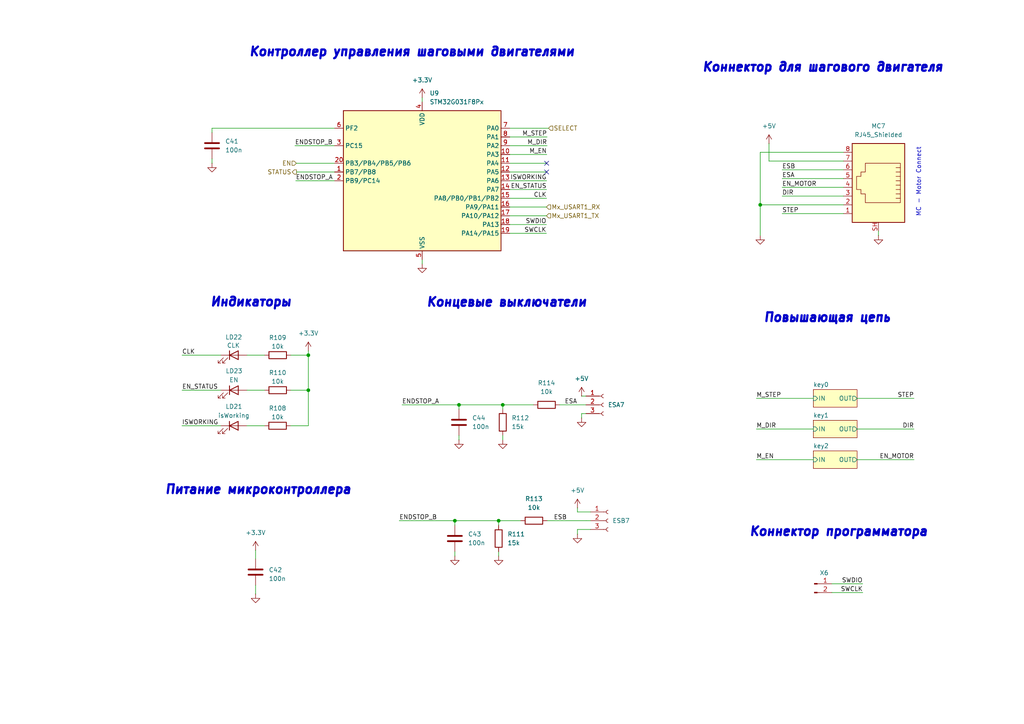
<source format=kicad_sch>
(kicad_sch (version 20250114) (generator "eeschema") (generator_version "9.0")
  (paper "A4")
  (title_block (title "Плата управления\\nшаговыми двигателями") (date "2025-08-25") (company "МГТУ им. Н.Э.Баумана") (comment 1 "БИГЕ.351101.001 Э3") (comment 2 "Филимонов С.В.") (comment 3 "Семеренко Д.А."))
  (lib_symbols
    (symbol "Connector:Conn_01x02_Pin" (pin_names (offset 1.016) (hide yes))
      (property "Reference" "J" (at 0 2.54 0))
      (property "Value" "Conn_01x02_Pin" (at 0 -5.08 0))
      (symbol "Conn_01x02_Pin_1_1"
        (rectangle (start 0.8636 0.127) (end 0 -0.127) (stroke (width 0.1524)) (fill (type outline)))
        (rectangle (start 0.8636 -2.413) (end 0 -2.667) (stroke (width 0.1524)) (fill (type outline)))
        (polyline (pts (xy 1.27 0) (xy 0.8636 0)) (stroke (width 0.1524)))
        (polyline (pts (xy 1.27 -2.54) (xy 0.8636 -2.54)) (stroke (width 0.1524)))
        (pin passive line (at 5.08 0 180) (length 3.81) (name "Pin_1") (number "1"))
        (pin passive line (at 5.08 -2.54 180) (length 3.81) (name "Pin_2") (number "2"))
      )
    )
    (symbol "Connector:Conn_01x03_Socket" (pin_names (offset 1.016) (hide yes))
      (property "Reference" "J" (at 0 5.08 0))
      (property "Value" "Conn_01x03_Socket" (at 0 -5.08 0))
      (symbol "Conn_01x03_Socket_1_1"
        (polyline (pts (xy -1.27 2.54) (xy -0.508 2.54)) (stroke (width 0.1524)))
        (polyline (pts (xy -1.27 0) (xy -0.508 0)) (stroke (width 0.1524)))
        (polyline (pts (xy -1.27 -2.54) (xy -0.508 -2.54)) (stroke (width 0.1524)))
        (arc (start 0 2.032) (mid -0.5058 2.54) (end 0 3.048) (stroke (width 0.1524)))
        (arc (start 0 -0.508) (mid -0.5058 0) (end 0 0.508) (stroke (width 0.1524)))
        (arc (start 0 -3.048) (mid -0.5058 -2.54) (end 0 -2.032) (stroke (width 0.1524)))
        (pin passive line (at -5.08 2.54 0) (length 3.81) (name "Pin_1") (number "1"))
        (pin passive line (at -5.08 0 0) (length 3.81) (name "Pin_2") (number "2"))
        (pin passive line (at -5.08 -2.54 0) (length 3.81) (name "Pin_3") (number "3"))
      )
    )
    (symbol "Connector:RJ45_Shielded" (pin_names (offset 1.016))
      (property "Reference" "J" (at -5.08 13.97 0))
      (property "Value" "RJ45_Shielded" (at 2.54 13.97 0))
      (symbol "RJ45_Shielded_0_1"
        (polyline (pts (xy -6.35 1.905) (xy -5.08 1.905) (xy -5.08 1.905)))
        (polyline (pts (xy -6.35 0.635) (xy -5.08 0.635) (xy -5.08 0.635)))
        (polyline (pts (xy -6.35 -0.635) (xy -5.08 -0.635) (xy -5.08 -0.635)))
        (polyline (pts (xy -6.35 -1.905) (xy -5.08 -1.905) (xy -5.08 -1.905)))
        (polyline (pts (xy -6.35 -3.175) (xy -5.08 -3.175) (xy -5.08 -3.175)))
        (polyline (pts (xy -6.35 -4.445) (xy -6.35 6.985) (xy 3.81 6.985) (xy 3.81 4.445) (xy 5.08 4.445) (xy 5.08 3.175) (xy 6.35 3.175) (xy 6.35 -0.635) (xy 5.08 -0.635) (xy 5.08 -1.905) (xy 3.81 -1.905) (xy 3.81 -4.445) (xy -6.35 -4.445) (xy -6.35 -4.445)))
        (polyline (pts (xy -5.08 5.715) (xy -6.35 5.715)))
        (polyline (pts (xy -5.08 4.445) (xy -6.35 4.445)))
        (polyline (pts (xy -5.08 3.175) (xy -6.35 3.175) (xy -6.35 3.175)))
        (rectangle (start 7.62 12.7) (end -7.62 -10.16) (stroke (width 0.254)) (fill (type background)))
      )
      (symbol "RJ45_Shielded_1_1"
        (pin passive line (at 0 -12.7 90) (length 2.54) (name "~") (number "SH"))
        (pin passive line (at 10.16 10.16 180) (length 2.54) (name "~") (number "8"))
        (pin passive line (at 10.16 7.62 180) (length 2.54) (name "~") (number "7"))
        (pin passive line (at 10.16 5.08 180) (length 2.54) (name "~") (number "6"))
        (pin passive line (at 10.16 2.54 180) (length 2.54) (name "~") (number "5"))
        (pin passive line (at 10.16 0 180) (length 2.54) (name "~") (number "4"))
        (pin passive line (at 10.16 -2.54 180) (length 2.54) (name "~") (number "3"))
        (pin passive line (at 10.16 -5.08 180) (length 2.54) (name "~") (number "2"))
        (pin passive line (at 10.16 -7.62 180) (length 2.54) (name "~") (number "1"))
      )
    )
    (symbol "Device:C" (pin_numbers (hide yes)) (pin_names (offset 0.254))
      (property "Reference" "C" (at 0.635 2.54 0))
      (property "Value" "C" (at 0.635 -2.54 0))
      (symbol "C_0_1"
        (polyline (pts (xy -2.032 0.762) (xy 2.032 0.762)) (stroke (width 0.508)))
        (polyline (pts (xy -2.032 -0.762) (xy 2.032 -0.762)) (stroke (width 0.508)))
      )
      (symbol "C_1_1"
        (pin passive line (at 0 3.81 270) (length 2.794) (name "~") (number "1"))
        (pin passive line (at 0 -3.81 90) (length 2.794) (name "~") (number "2"))
      )
    )
    (symbol "Device:LED" (pin_numbers (hide yes)) (pin_names (offset 1.016) (hide yes))
      (property "Reference" "D" (at 0 2.54 0))
      (property "Value" "LED" (at 0 -2.54 0))
      (symbol "LED_0_1"
        (polyline (pts (xy -3.048 -0.762) (xy -4.572 -2.286) (xy -3.81 -2.286) (xy -4.572 -2.286) (xy -4.572 -1.524)))
        (polyline (pts (xy -1.778 -0.762) (xy -3.302 -2.286) (xy -2.54 -2.286) (xy -3.302 -2.286) (xy -3.302 -1.524)))
        (polyline (pts (xy -1.27 0) (xy 1.27 0)))
        (polyline (pts (xy -1.27 -1.27) (xy -1.27 1.27)) (stroke (width 0.254)))
        (polyline (pts (xy 1.27 -1.27) (xy 1.27 1.27) (xy -1.27 0) (xy 1.27 -1.27)) (stroke (width 0.254)))
      )
      (symbol "LED_1_1"
        (pin passive line (at -3.81 0 0) (length 2.54) (name "K") (number "1"))
        (pin passive line (at 3.81 0 180) (length 2.54) (name "A") (number "2"))
      )
    )
    (symbol "Device:R" (pin_numbers (hide yes)) (pin_names (offset 0))
      (property "Reference" "R" (at 2.032 0 90))
      (property "Value" "R" (at 0 0 90))
      (symbol "R_0_1"
        (rectangle (start -1.016 -2.54) (end 1.016 2.54) (stroke (width 0.254)))
      )
      (symbol "R_1_1"
        (pin passive line (at 0 3.81 270) (length 1.27) (name "~") (number "1"))
        (pin passive line (at 0 -3.81 90) (length 1.27) (name "~") (number "2"))
      )
    )
    (symbol "MCU_ST_STM32G0:STM32G031F8Px"
      (property "Reference" "U" (at -22.86 21.59 0))
      (property "Value" "STM32G031F8Px" (at 2.54 21.59 0))
      (symbol "STM32G031F8Px_0_1"
        (rectangle (start -22.86 -20.32) (end 22.86 20.32) (stroke (width 0.254)) (fill (type background)))
      )
      (symbol "STM32G031F8Px_1_1"
        (pin bidirectional line (at -25.4 15.24 0) (length 2.54) (name "PF2") (number "6"))
        (pin bidirectional line (at -25.4 10.16 0) (length 2.54) (name "PC15") (number "3"))
        (pin bidirectional line (at -25.4 5.08 0) (length 2.54) (name "PB3/PB4/PB5/PB6") (number "20"))
        (pin bidirectional line (at -25.4 2.54 0) (length 2.54) (name "PB7/PB8") (number "1"))
        (pin bidirectional line (at -25.4 0 0) (length 2.54) (name "PB9/PC14") (number "2"))
        (pin power_in line (at 0 22.86 270) (length 2.54) (name "VDD") (number "4"))
        (pin power_in line (at 0 -22.86 90) (length 2.54) (name "VSS") (number "5"))
        (pin bidirectional line (at 25.4 15.24 180) (length 2.54) (name "PA0") (number "7"))
        (pin bidirectional line (at 25.4 12.7 180) (length 2.54) (name "PA1") (number "8"))
        (pin bidirectional line (at 25.4 10.16 180) (length 2.54) (name "PA2") (number "9"))
        (pin bidirectional line (at 25.4 7.62 180) (length 2.54) (name "PA3") (number "10"))
        (pin bidirectional line (at 25.4 5.08 180) (length 2.54) (name "PA4") (number "11"))
        (pin bidirectional line (at 25.4 2.54 180) (length 2.54) (name "PA5") (number "12"))
        (pin bidirectional line (at 25.4 0 180) (length 2.54) (name "PA6") (number "13"))
        (pin bidirectional line (at 25.4 -2.54 180) (length 2.54) (name "PA7") (number "14"))
        (pin bidirectional line (at 25.4 -5.08 180) (length 2.54) (name "PA8/PB0/PB1/PB2") (number "15"))
        (pin bidirectional line (at 25.4 -7.62 180) (length 2.54) (name "PA9/PA11") (number "16"))
        (pin bidirectional line (at 25.4 -10.16 180) (length 2.54) (name "PA10/PA12") (number "17"))
        (pin bidirectional line (at 25.4 -12.7 180) (length 2.54) (name "PA13") (number "18"))
        (pin bidirectional line (at 25.4 -15.24 180) (length 2.54) (name "PA14/PA15") (number "19"))
      )
    )
    (symbol "power:+3.3V" (power) (pin_numbers (hide yes)) (pin_names (offset 0) (hide yes))
      (property "Value" "+3.3V" (at 0 3.556 0))
      (symbol "+3.3V_0_1"
        (polyline (pts (xy -0.762 1.27) (xy 0 2.54)))
        (polyline (pts (xy 0 2.54) (xy 0.762 1.27)))
        (polyline (pts (xy 0 0) (xy 0 2.54)))
      )
      (symbol "+3.3V_1_1"
        (pin power_in line (at 0 0 90) (length 0) (name "~") (number "1"))
      )
    )
    (symbol "power:+5V" (power) (pin_numbers (hide yes)) (pin_names (offset 0) (hide yes))
      (property "Value" "+5V" (at 0 3.556 0))
      (symbol "+5V_0_1"
        (polyline (pts (xy -0.762 1.27) (xy 0 2.54)))
        (polyline (pts (xy 0 2.54) (xy 0.762 1.27)))
        (polyline (pts (xy 0 0) (xy 0 2.54)))
      )
      (symbol "+5V_1_1"
        (pin power_in line (at 0 0 90) (length 0) (name "~") (number "1"))
      )
    )
    (symbol "power:GND" (power) (pin_numbers (hide yes)) (pin_names (offset 0) (hide yes))
      (property "Value" "GND" (at 0 -3.81 0))
      (symbol "GND_0_1"
        (polyline (pts (xy 0 0) (xy 0 -1.27) (xy 1.27 -1.27) (xy 0 -2.54) (xy -1.27 -1.27) (xy 0 -1.27)))
      )
      (symbol "GND_1_1"
        (pin power_in line (at 0 0 270) (length 0) (name "~") (number "1"))
      )
    )
  )
  (text "Контроллер управления шаговыми двигателями" (at 119.5238 15.1545 0) (effects (font (size 2.54 2.54) (thickness 1.016) (bold yes) (italic yes))))
  (text "MC - Motor Connect" (at 266.4734 52.809 90) (effects (font (size 1.27 1.27))))
  (text "Коннектор программатора" (at 243.264 154.305 0) (effects (font (size 2.54 2.54) (thickness 1.016) (bold yes) (italic yes))))
  (text "Повышающая цепь" (at 239.9536 92.2338 0) (effects (font (size 2.54 2.54) (thickness 1.016) (bold yes) (italic yes))))
  (text "Концевые выключатели" (at 147.0057 87.7928 0) (effects (font (size 2.54 2.54) (thickness 1.016) (bold yes) (italic yes))))
  (text "Коннектор для шагового двигателя" (at 238.6731 19.6187 0) (effects (font (size 2.54 2.54) (thickness 1.016) (bold yes) (italic yes))))
  (text "Индикаторы" (at 72.8188 87.7133 0) (effects (font (size 2.54 2.54) (thickness 1.016) (bold yes) (italic yes))))
  (text "Питание микроконтроллера" (at 74.8986 142.1208 0) (effects (font (size 2.54 2.54) (thickness 1.016) (bold yes) (italic yes))))
  (junction (at 145.8229 117.4237))
  (junction (at 133.1229 117.4237))
  (junction (at 220.4994 59.413))
  (junction (at 131.9258 151.0272))
  (junction (at 144.6258 151.0272))
  (junction (at 89.4296 103.0158))
  (junction (at 89.4296 113.1758))
  (no_connect (at 158.5402 49.8887))
  (no_connect (at 158.5402 47.3487))
  (wire (pts (xy 147.8528 62.5887) (xy 158.4849 62.5887)))
  (wire (pts (xy 171.2701 148.4868) (xy 167.4858 148.4868)))
  (wire (pts (xy 61.4928 37.1887) (xy 97.0528 37.1887)))
  (wire (pts (xy 131.9258 160.0113) (xy 131.9258 161.2813)))
  (wire (pts (xy 145.8229 117.4237) (xy 145.8229 118.6937)))
  (wire (pts (xy 74.1256 169.7463) (xy 74.1256 172.2863)))
  (wire (pts (xy 254.7894 67.033) (xy 254.7894 68.303)))
  (wire (pts (xy 220.4994 44.173) (xy 244.6294 44.173)))
  (wire (pts (xy 147.8528 44.8087) (xy 158.5982 44.8087)))
  (wire (pts (xy 241.2735 169.327) (xy 250.2056 169.327)))
  (wire (pts (xy 248.5869 133.3266) (xy 265.0969 133.3266)))
  (wire (pts (xy 145.8229 126.3137) (xy 145.8229 127.5837)))
  (wire (pts (xy 71.6496 103.0158) (xy 76.7296 103.0158)))
  (wire (pts (xy 244.6294 46.713) (xy 223.0394 46.713)))
  (wire (pts (xy 84.3496 103.0158) (xy 89.4296 103.0158)))
  (wire (pts (xy 144.6258 151.0272) (xy 144.6258 152.3913)))
  (wire (pts (xy 147.8528 39.7287) (xy 158.6742 39.7287)))
  (wire (pts (xy 226.8494 54.333) (xy 244.6294 54.333)))
  (wire (pts (xy 115.7913 151.0272) (xy 131.9258 151.0272)))
  (wire (pts (xy 171.2701 153.5668) (xy 167.4858 153.5668)))
  (wire (pts (xy 71.6182 123.4912) (xy 76.6982 123.4912)))
  (wire (pts (xy 147.8528 37.1887) (xy 159.0904 37.1887)))
  (wire (pts (xy 147.8528 49.8887) (xy 158.5402 49.8887)))
  (wire (pts (xy 89.4296 123.4912) (xy 89.4296 113.1758)))
  (wire (pts (xy 241.2735 171.867) (xy 250.2475 171.867)))
  (wire (pts (xy 226.8494 49.253) (xy 244.6294 49.253)))
  (wire (pts (xy 71.6496 113.1758) (xy 76.7296 113.1758)))
  (wire (pts (xy 147.8528 47.3487) (xy 158.5402 47.3487)))
  (wire (pts (xy 248.5869 124.4366) (xy 265.0969 124.4366)))
  (wire (pts (xy 158.6746 151.0272) (xy 170.0145 151.0272)))
  (wire (pts (xy 168.6829 114.8837) (xy 169.9529 114.8837)))
  (wire (pts (xy 147.8528 57.5087) (xy 158.5402 57.5087)))
  (wire (pts (xy 84.3496 113.1758) (xy 89.4296 113.1758)))
  (wire (pts (xy 147.8528 54.9687) (xy 158.5402 54.9687)))
  (wire (pts (xy 85.9956 49.8887) (xy 97.0528 49.8887)))
  (wire (pts (xy 84.3182 123.4912) (xy 89.4296 123.4912)))
  (wire (pts (xy 223.0394 46.713) (xy 223.0394 41.633)))
  (wire (pts (xy 133.1229 126.3137) (xy 133.1229 127.5837)))
  (wire (pts (xy 131.9258 151.0272) (xy 131.9258 152.3913)))
  (wire (pts (xy 52.7755 123.4912) (xy 63.9982 123.4912)))
  (wire (pts (xy 147.8528 65.1287) (xy 158.4849 65.1287)))
  (wire (pts (xy 122.4528 28.2987) (xy 122.4528 29.5687)))
  (wire (pts (xy 133.1229 117.4237) (xy 133.1229 118.6937)))
  (wire (pts (xy 97.0528 52.4287) (xy 85.7851 52.4287)))
  (wire (pts (xy 144.6258 151.0272) (xy 151.0546 151.0272)))
  (wire (pts (xy 89.4296 103.0158) (xy 89.4296 101.7458)))
  (wire (pts (xy 219.3769 124.4366) (xy 235.8869 124.4366)))
  (wire (pts (xy 226.8494 51.793) (xy 244.6294 51.793)))
  (wire (pts (xy 145.8229 117.4237) (xy 154.7129 117.4237)))
  (wire (pts (xy 147.8528 67.6687) (xy 158.4849 67.6687)))
  (wire (pts (xy 219.3769 133.3266) (xy 235.8869 133.3266)))
  (wire (pts (xy 219.3769 115.5466) (xy 235.8869 115.5466)))
  (wire (pts (xy 220.4994 68.303) (xy 220.4994 59.413)))
  (wire (pts (xy 147.8528 52.4287) (xy 158.5402 52.4287)))
  (wire (pts (xy 85.5466 42.2687) (xy 97.0528 42.2687)))
  (wire (pts (xy 144.6258 160.0113) (xy 144.6258 161.2813)))
  (wire (pts (xy 85.9615 47.3487) (xy 97.0528 47.3487)))
  (wire (pts (xy 147.8528 60.0487) (xy 158.4849 60.0487)))
  (wire (pts (xy 248.5869 115.5466) (xy 265.0969 115.5466)))
  (wire (pts (xy 220.4994 59.413) (xy 220.4994 44.173)))
  (wire (pts (xy 89.4296 103.0158) (xy 89.4296 113.1758)))
  (wire (pts (xy 133.1229 117.4237) (xy 145.8229 117.4237)))
  (wire (pts (xy 61.4928 38.4587) (xy 61.4928 37.1887)))
  (wire (pts (xy 74.1256 159.5863) (xy 74.1256 162.1263)))
  (wire (pts (xy 167.4858 148.4868) (xy 167.4858 147.3113)))
  (wire (pts (xy 61.4928 46.0787) (xy 61.4928 47.3487)))
  (wire (pts (xy 226.8494 61.953) (xy 244.6294 61.953)))
  (wire (pts (xy 52.8069 113.1758) (xy 64.0296 113.1758)))
  (wire (pts (xy 52.8069 103.0158) (xy 64.0296 103.0158)))
  (wire (pts (xy 168.6829 119.9637) (xy 169.9529 119.9637)))
  (wire (pts (xy 116.6129 117.4237) (xy 133.1229 117.4237)))
  (wire (pts (xy 170.0145 151.0268) (xy 170.0145 151.0272)))
  (wire (pts (xy 226.8494 56.873) (xy 244.6294 56.873)))
  (wire (pts (xy 122.4528 75.2887) (xy 122.4528 76.5587)))
  (wire (pts (xy 220.4994 59.413) (xy 244.6294 59.413)))
  (wire (pts (xy 147.8528 42.2687) (xy 158.6822 42.2687)))
  (wire (pts (xy 162.3329 117.4237) (xy 169.9529 117.4237)))
  (wire (pts (xy 131.9258 151.0272) (xy 144.6258 151.0272)))
  (wire (pts (xy 167.4858 153.5668) (xy 167.4858 154.9313)))
  (wire (pts (xy 171.2701 151.0268) (xy 170.0145 151.0268)))
  (wire (pts (xy 168.6829 121.2337) (xy 168.6829 119.9637)))
  (label "M_STEP" (at 219.3769 115.5466 0))
  (label "CLK" (at 52.8069 103.0158 0))
  (label "ESA" (at 167.4129 117.4237 180))
  (label "STEP" (at 265.0969 115.5466 180))
  (label "M_DIR" (at 219.3769 124.4366 0))
  (label "ENDSTOP_A" (at 116.6129 117.4237 0))
  (label "ENDSTOP_B" (at 115.7913 151.0272 0))
  (label "M_EN" (at 158.5982 44.8087 180))
  (label "ESB" (at 164.4212 151.0272 180))
  (label "ENDSTOP_A" (at 85.7851 52.4287 0))
  (label "ISWORKING" (at 52.7755 123.4912 0))
  (label "SWDIO" (at 250.2056 169.327 180))
  (label "CLK" (at 158.5402 57.5087 180))
  (label "EN_STATUS" (at 52.8069 113.1758 0))
  (label "DIR" (at 226.8494 56.873 0))
  (label "ESA" (at 226.8494 51.793 0))
  (label "SWCLK" (at 158.4849 67.6687 180))
  (label "M_DIR" (at 158.6822 42.2687 180))
  (label "SWCLK" (at 250.2475 171.867 180))
  (label "STEP" (at 226.8494 61.953 0))
  (label "M_STEP" (at 158.6742 39.7287 180))
  (label "DIR" (at 265.0969 124.4366 180))
  (label "EN_MOTOR" (at 226.8494 54.333 0))
  (label "ISWORKING" (at 158.5402 52.4287 180))
  (label "ESB" (at 226.8494 49.253 0))
  (label "ENDSTOP_B" (at 85.5466 42.2687 0))
  (label "EN_MOTOR" (at 265.0969 133.3266 180))
  (label "EN_STATUS" (at 158.5402 54.9687 180))
  (label "M_EN" (at 219.3769 133.3266 0))
  (label "SWDIO" (at 158.4849 65.1287 180))
  (hierarchical_label "STATUS" (shape output) (at 85.9956 49.8887 180))
  (hierarchical_label "Mx_USART1_RX" (shape input) (at 158.4849 60.0487 0))
  (hierarchical_label "Mx_USART1_TX" (shape input) (at 158.4849 62.5887 0))
  (hierarchical_label "SELECT" (shape input) (at 159.0904 37.1887 0))
  (hierarchical_label "EN" (shape input) (at 85.9615 47.3487 180))
  (symbol (lib_id "MCU_ST_STM32G0:STM32G031F8Px") (at 122.4528 52.4287 0) (unit 1)
    (property "Reference" "U4" (at 124.5961 27.0287 0) (effects (justify left)))
    (property "Value" "STM32G031F8Px" (at 124.5961 29.5687 0) (effects (justify left)))
    (property "Footprint" "Package_SO:TSSOP-20_4.4x6.5mm_P0.65mm" (effects (hide yes)))
    (property "Datasheet" "https://www.st.com/resource/en/datasheet/stm32g031f8.pdf" (effects (hide yes)))
    (property "Description" "STMicroelectronics Arm Cortex-M0+ MCU, 64KB flash, 8KB RAM, 64 MHz, 1.7-3.6V, 18 GPIO, TSSOP20" (effects (hide yes)))
    (instances (project "Squid" (path "" (reference "U9") (unit 1)) (path "" (reference "U5") (unit 1)) (path "" (reference "U10") (unit 1)) (path "" (reference "U7") (unit 1)) (path "" (reference "U13") (unit 1)) (path "" (reference "U11") (unit 1)) (path "" (reference "U6") (unit 1)) (path "" (reference "U4") (unit 1)) (path "" (reference "U12") (unit 1)) (path "" (reference "U8") (unit 1))))
  )
  (symbol (lib_id "Device:R") (at 144.6258 156.2013 180) (unit 1)
    (property "Reference" "R16" (at 147.1658 154.9312 0) (effects (justify right)))
    (property "Value" "15k" (at 147.1658 157.4712 0) (effects (justify right)))
    (property "Footprint" "Resistor_SMD:R_0805_2012Metric" (effects (hide yes)))
    (property "Description" "Resistor" (effects (hide yes)))
    (instances (project "Squid" (path "" (reference "R111") (unit 1)) (path "" (reference "R35") (unit 1)) (path "" (reference "R130") (unit 1)) (path "" (reference "R73") (unit 1)) (path "" (reference "R199") (unit 1)) (path "" (reference "R149") (unit 1)) (path "" (reference "R54") (unit 1)) (path "" (reference "R16") (unit 1)) (path "" (reference "R168") (unit 1)) (path "" (reference "R92") (unit 1))))
  )
  (symbol (lib_id "power:GND") (at 168.6829 121.2337 0) (unit 1)
    (property "Reference" "#PWR055" (effects (hide yes)))
    (property "Value" "GND" (effects (hide yes)))
    (property "Description" "Power symbol creates a global label with name \"GND\" , ground" (effects (hide yes)))
    (instances (project "Squid" (path "" (reference "#PWR0170") (unit 1)) (path "" (reference "#PWR078") (unit 1)) (path "" (reference "#PWR0193") (unit 1)) (path "" (reference "#PWR0124") (unit 1)) (path "" (reference "#PWR0286") (unit 1)) (path "" (reference "#PWR0216") (unit 1)) (path "" (reference "#PWR0101") (unit 1)) (path "" (reference "#PWR055") (unit 1)) (path "" (reference "#PWR0239") (unit 1)) (path "" (reference "#PWR0147") (unit 1))))
  )
  (symbol (lib_id "power:+5V") (at 223.0394 41.633 0) (unit 1)
    (property "Reference" "#PWR057" (effects (hide yes)))
    (property "Value" "+5V" (at 223.0394 36.553 0))
    (property "Description" "Power symbol creates a global label with name \"+5V\"" (effects (hide yes)))
    (instances (project "Squid" (path "" (reference "#PWR0172") (unit 1)) (path "" (reference "#PWR080") (unit 1)) (path "" (reference "#PWR0195") (unit 1)) (path "" (reference "#PWR0126") (unit 1)) (path "" (reference "#PWR0288") (unit 1)) (path "" (reference "#PWR0218") (unit 1)) (path "" (reference "#PWR0103") (unit 1)) (path "" (reference "#PWR057") (unit 1)) (path "" (reference "#PWR0241") (unit 1)) (path "" (reference "#PWR0149") (unit 1))))
  )
  (symbol (lib_id "power:+3.3V") (at 122.4528 28.2987 0) (unit 1)
    (property "Reference" "#PWR046" (effects (hide yes)))
    (property "Value" "+3.3V" (at 122.4528 23.2187 0))
    (property "Description" "Power symbol creates a global label with name \"+3.3V\"" (effects (hide yes)))
    (instances (project "Squid" (path "" (reference "#PWR0161") (unit 1)) (path "" (reference "#PWR069") (unit 1)) (path "" (reference "#PWR0184") (unit 1)) (path "" (reference "#PWR0115") (unit 1)) (path "" (reference "#PWR0277") (unit 1)) (path "" (reference "#PWR0207") (unit 1)) (path "" (reference "#PWR092") (unit 1)) (path "" (reference "#PWR046") (unit 1)) (path "" (reference "#PWR0230") (unit 1)) (path "" (reference "#PWR0138") (unit 1))))
  )
  (symbol (lib_id "power:+3.3V") (at 74.1256 159.5863 0) (unit 1)
    (property "Reference" "#PWR043" (effects (hide yes)))
    (property "Value" "+3.3V" (at 74.1256 154.5063 0))
    (property "Description" "Power symbol creates a global label with name \"+3.3V\"" (effects (hide yes)))
    (instances (project "Squid" (path "" (reference "#PWR0158") (unit 1)) (path "" (reference "#PWR066") (unit 1)) (path "" (reference "#PWR0181") (unit 1)) (path "" (reference "#PWR0112") (unit 1)) (path "" (reference "#PWR0274") (unit 1)) (path "" (reference "#PWR0204") (unit 1)) (path "" (reference "#PWR089") (unit 1)) (path "" (reference "#PWR043") (unit 1)) (path "" (reference "#PWR0227") (unit 1)) (path "" (reference "#PWR0135") (unit 1))))
  )
  (symbol (lib_id "Device:C") (at 61.4928 42.2687 0) (unit 1)
    (property "Reference" "C21" (at 65.3028 40.9986 0) (effects (justify left)))
    (property "Value" "100n" (at 65.3028 43.5386 0) (effects (justify left)))
    (property "Footprint" "Capacitor_SMD:C_0805_2012Metric" (effects (hide yes)))
    (property "Description" "Unpolarized capacitor" (effects (hide yes)))
    (instances (project "Squid" (path "" (reference "C41") (unit 1)) (path "" (reference "C25") (unit 1)) (path "" (reference "C45") (unit 1)) (path "" (reference "C33") (unit 1)) (path "" (reference "C63") (unit 1)) (path "" (reference "C49") (unit 1)) (path "" (reference "C29") (unit 1)) (path "" (reference "C21") (unit 1)) (path "" (reference "C53") (unit 1)) (path "" (reference "C37") (unit 1))))
  )
  (symbol (lib_id "Device:C") (at 74.1256 165.9363 0) (unit 1)
    (property "Reference" "C22" (at 77.9356 165.3013 0) (effects (justify left)))
    (property "Value" "100n" (at 77.9356 167.8413 0) (effects (justify left)))
    (property "Footprint" "Capacitor_SMD:C_0805_2012Metric" (effects (hide yes)))
    (instances (project "Squid" (path "" (reference "C42") (unit 1)) (path "" (reference "C26") (unit 1)) (path "" (reference "C46") (unit 1)) (path "" (reference "C34") (unit 1)) (path "" (reference "C64") (unit 1)) (path "" (reference "C50") (unit 1)) (path "" (reference "C30") (unit 1)) (path "" (reference "C22") (unit 1)) (path "" (reference "C54") (unit 1)) (path "" (reference "C38") (unit 1))))
  )
  (symbol (lib_id "power:GND") (at 61.4928 47.3487 0) (unit 1)
    (property "Reference" "#PWR042" (effects (hide yes)))
    (property "Value" "GND" (effects (hide yes)))
    (property "Description" "Power symbol creates a global label with name \"GND\" , ground" (effects (hide yes)))
    (instances (project "Squid" (path "" (reference "#PWR0157") (unit 1)) (path "" (reference "#PWR065") (unit 1)) (path "" (reference "#PWR0180") (unit 1)) (path "" (reference "#PWR0111") (unit 1)) (path "" (reference "#PWR0273") (unit 1)) (path "" (reference "#PWR0203") (unit 1)) (path "" (reference "#PWR088") (unit 1)) (path "" (reference "#PWR042") (unit 1)) (path "" (reference "#PWR0226") (unit 1)) (path "" (reference "#PWR0134") (unit 1))))
  )
  (symbol (lib_id "power:GND") (at 122.4528 76.5587 0) (unit 1)
    (property "Reference" "#PWR047" (effects (hide yes)))
    (property "Value" "GND" (effects (hide yes)))
    (property "Description" "Power symbol creates a global label with name \"GND\" , ground" (effects (hide yes)))
    (instances (project "Squid" (path "" (reference "#PWR0162") (unit 1)) (path "" (reference "#PWR070") (unit 1)) (path "" (reference "#PWR0185") (unit 1)) (path "" (reference "#PWR0116") (unit 1)) (path "" (reference "#PWR0278") (unit 1)) (path "" (reference "#PWR0208") (unit 1)) (path "" (reference "#PWR093") (unit 1)) (path "" (reference "#PWR047") (unit 1)) (path "" (reference "#PWR0231") (unit 1)) (path "" (reference "#PWR0139") (unit 1))))
  )
  (symbol (lib_id "Device:R") (at 145.8229 122.5037 180) (unit 1)
    (property "Reference" "R17" (at 148.3629 121.2336 0) (effects (justify right)))
    (property "Value" "15k" (at 148.3629 123.7736 0) (effects (justify right)))
    (property "Footprint" "Resistor_SMD:R_0805_2012Metric" (effects (hide yes)))
    (property "Description" "Resistor" (effects (hide yes)))
    (instances (project "Squid" (path "" (reference "R112") (unit 1)) (path "" (reference "R36") (unit 1)) (path "" (reference "R131") (unit 1)) (path "" (reference "R74") (unit 1)) (path "" (reference "R200") (unit 1)) (path "" (reference "R150") (unit 1)) (path "" (reference "R55") (unit 1)) (path "" (reference "R17") (unit 1)) (path "" (reference "R169") (unit 1)) (path "" (reference "R93") (unit 1))))
  )
  (symbol (lib_id "power:+5V") (at 168.6829 114.8837 0) (unit 1)
    (property "Reference" "#PWR054" (effects (hide yes)))
    (property "Value" "+5V" (at 168.6829 109.8037 0))
    (property "Description" "Power symbol creates a global label with name \"+5V\"" (effects (hide yes)))
    (instances (project "Squid" (path "" (reference "#PWR0169") (unit 1)) (path "" (reference "#PWR077") (unit 1)) (path "" (reference "#PWR0192") (unit 1)) (path "" (reference "#PWR0123") (unit 1)) (path "" (reference "#PWR0285") (unit 1)) (path "" (reference "#PWR0215") (unit 1)) (path "" (reference "#PWR0100") (unit 1)) (path "" (reference "#PWR054") (unit 1)) (path "" (reference "#PWR0238") (unit 1)) (path "" (reference "#PWR0146") (unit 1))))
  )
  (symbol (lib_id "Device:R") (at 158.5229 117.4237 270) (unit 1)
    (property "Reference" "R19" (at 158.5229 111.0737 90))
    (property "Value" "10k" (at 158.5229 113.6137 90))
    (property "Footprint" "Resistor_SMD:R_0805_2012Metric" (effects (hide yes)))
    (property "Description" "Resistor" (effects (hide yes)))
    (instances (project "Squid" (path "" (reference "R114") (unit 1)) (path "" (reference "R38") (unit 1)) (path "" (reference "R133") (unit 1)) (path "" (reference "R76") (unit 1)) (path "" (reference "R202") (unit 1)) (path "" (reference "R152") (unit 1)) (path "" (reference "R57") (unit 1)) (path "" (reference "R19") (unit 1)) (path "" (reference "R171") (unit 1)) (path "" (reference "R95") (unit 1))))
  )
  (symbol (lib_id "power:GND") (at 131.9258 161.2813 0) (unit 1)
    (property "Reference" "#PWR048" (effects (hide yes)))
    (property "Value" "GND" (effects (hide yes)))
    (property "Description" "Power symbol creates a global label with name \"GND\" , ground" (effects (hide yes)))
    (instances (project "Squid" (path "" (reference "#PWR0163") (unit 1)) (path "" (reference "#PWR071") (unit 1)) (path "" (reference "#PWR0186") (unit 1)) (path "" (reference "#PWR0117") (unit 1)) (path "" (reference "#PWR0279") (unit 1)) (path "" (reference "#PWR0209") (unit 1)) (path "" (reference "#PWR094") (unit 1)) (path "" (reference "#PWR048") (unit 1)) (path "" (reference "#PWR0232") (unit 1)) (path "" (reference "#PWR0140") (unit 1))))
  )
  (symbol (lib_id "Device:C") (at 131.9258 156.2013 0) (unit 1)
    (property "Reference" "C23" (at 135.7358 154.9312 0) (effects (justify left)))
    (property "Value" "100n" (at 135.7358 157.4712 0) (effects (justify left)))
    (property "Footprint" "Capacitor_SMD:C_0805_2012Metric" (effects (hide yes)))
    (property "Description" "Unpolarized capacitor" (effects (hide yes)))
    (instances (project "Squid" (path "" (reference "C43") (unit 1)) (path "" (reference "C27") (unit 1)) (path "" (reference "C47") (unit 1)) (path "" (reference "C35") (unit 1)) (path "" (reference "C65") (unit 1)) (path "" (reference "C51") (unit 1)) (path "" (reference "C31") (unit 1)) (path "" (reference "C23") (unit 1)) (path "" (reference "C55") (unit 1)) (path "" (reference "C39") (unit 1))))
  )
  (symbol (lib_id "power:+3.3V") (at 89.4296 101.7458 0) (unit 1)
    (property "Reference" "#PWR045" (effects (hide yes)))
    (property "Value" "+3.3V" (at 89.4296 96.6658 0))
    (property "Description" "Power symbol creates a global label with name \"+3.3V\"" (effects (hide yes)))
    (instances (project "Squid" (path "" (reference "#PWR0160") (unit 1)) (path "" (reference "#PWR068") (unit 1)) (path "" (reference "#PWR0183") (unit 1)) (path "" (reference "#PWR0114") (unit 1)) (path "" (reference "#PWR0276") (unit 1)) (path "" (reference "#PWR0206") (unit 1)) (path "" (reference "#PWR091") (unit 1)) (path "" (reference "#PWR045") (unit 1)) (path "" (reference "#PWR0229") (unit 1)) (path "" (reference "#PWR0137") (unit 1))))
  )
  (symbol (lib_id "Connector:Conn_01x03_Socket") (at 176.3501 151.0268 0) (unit 1)
    (property "Reference" "ESB2" (at 177.6201 151.0268 0) (effects (justify left)))
    (property "Value" "ESB" (effects (hide yes)))
    (property "Footprint" "Connector_JST:JST_PH_B3B-PH-K_1x03_P2.00mm_Vertical" (effects (hide yes)))
    (property "Description" "Generic connector, single row, 01x03, script generated" (effects (hide yes)))
    (instances (project "Squid" (path "" (reference "ESB7") (unit 1)) (path "" (reference "ESB3") (unit 1)) (path "" (reference "ESB8") (unit 1)) (path "" (reference "ESB5") (unit 1)) (path "" (reference "ESB1") (unit 1)) (path "" (reference "ESB9") (unit 1)) (path "" (reference "ESB4") (unit 1)) (path "" (reference "ESB2") (unit 1)) (path "" (reference "ESB10") (unit 1)) (path "" (reference "ESB6") (unit 1))))
  )
  (symbol (lib_id "Device:R") (at 80.5396 103.0158 270) (unit 1)
    (property "Reference" "R14" (at 80.5396 97.9358 90))
    (property "Value" "10k" (at 80.5396 100.4758 90))
    (property "Footprint" "Resistor_SMD:R_0805_2012Metric" (effects (hide yes)))
    (instances (project "Squid" (path "" (reference "R109") (unit 1)) (path "" (reference "R33") (unit 1)) (path "" (reference "R128") (unit 1)) (path "" (reference "R71") (unit 1)) (path "" (reference "R197") (unit 1)) (path "" (reference "R147") (unit 1)) (path "" (reference "R52") (unit 1)) (path "" (reference "R14") (unit 1)) (path "" (reference "R166") (unit 1)) (path "" (reference "R90") (unit 1))))
  )
  (symbol (lib_id "Connector:Conn_01x03_Socket") (at 175.0329 117.4237 0) (unit 1)
    (property "Reference" "ESA2" (at 176.3029 117.4237 0) (effects (justify left)))
    (property "Value" "ESA" (effects (hide yes)))
    (property "Footprint" "Connector_JST:JST_PH_B3B-PH-K_1x03_P2.00mm_Vertical" (effects (hide yes)))
    (property "Description" "Generic connector, single row, 01x03, script generated" (effects (hide yes)))
    (instances (project "Squid" (path "" (reference "ESA7") (unit 1)) (path "" (reference "ESA3") (unit 1)) (path "" (reference "ESA8") (unit 1)) (path "" (reference "ESA5") (unit 1)) (path "" (reference "ESA1") (unit 1)) (path "" (reference "ESA9") (unit 1)) (path "" (reference "ESA4") (unit 1)) (path "" (reference "ESA2") (unit 1)) (path "" (reference "ESA10") (unit 1)) (path "" (reference "ESA6") (unit 1))))
  )
  (symbol (lib_id "Connector:Conn_01x02_Pin") (at 236.1935 169.327 0) (unit 1)
    (property "Reference" "X1" (at 239.0474 166.165 0))
    (property "Value" "Conn_01x02_Pin" (effects (hide yes)))
    (property "Footprint" "Connector_PinHeader_2.54mm:PinHeader_1x02_P2.54mm_Vertical" (effects (hide yes)))
    (property "Description" "Generic connector, single row, 01x02, script generated" (effects (hide yes)))
    (instances (project "Squid" (path "" (reference "X6") (unit 1)) (path "" (reference "X2") (unit 1)) (path "" (reference "X7") (unit 1)) (path "" (reference "X4") (unit 1)) (path "" (reference "X10") (unit 1)) (path "" (reference "X8") (unit 1)) (path "" (reference "X3") (unit 1)) (path "" (reference "X1") (unit 1)) (path "" (reference "X9") (unit 1)) (path "" (reference "X5") (unit 1))))
  )
  (symbol (lib_id "Device:LED") (at 67.8082 123.4912 0) (unit 1)
    (property "Reference" "LD6" (at 67.8557 117.9107 0))
    (property "Value" "isWorking" (at 67.8036 120.5154 0))
    (property "Footprint" "LED_SMD:LED_0805_2012Metric" (effects (hide yes)))
    (instances (project "Squid" (path "" (reference "LD21") (unit 1)) (path "" (reference "LD9") (unit 1)) (path "" (reference "LD24") (unit 1)) (path "" (reference "LD15") (unit 1)) (path "" (reference "LD33") (unit 1)) (path "" (reference "LD27") (unit 1)) (path "" (reference "LD12") (unit 1)) (path "" (reference "LD6") (unit 1)) (path "" (reference "LD30") (unit 1)) (path "" (reference "LD18") (unit 1))))
  )
  (symbol (lib_id "Device:R") (at 154.8646 151.0272 270) (unit 1)
    (property "Reference" "R18" (at 154.8646 144.6772 90))
    (property "Value" "10k" (at 154.8646 147.2172 90))
    (property "Footprint" "Resistor_SMD:R_0805_2012Metric" (effects (hide yes)))
    (property "Description" "Resistor" (effects (hide yes)))
    (instances (project "Squid" (path "" (reference "R113") (unit 1)) (path "" (reference "R37") (unit 1)) (path "" (reference "R132") (unit 1)) (path "" (reference "R75") (unit 1)) (path "" (reference "R201") (unit 1)) (path "" (reference "R151") (unit 1)) (path "" (reference "R56") (unit 1)) (path "" (reference "R18") (unit 1)) (path "" (reference "R170") (unit 1)) (path "" (reference "R94") (unit 1))))
  )
  (symbol (lib_id "Device:C") (at 133.1229 122.5037 0) (unit 1)
    (property "Reference" "C24" (at 136.9329 121.2336 0) (effects (justify left)))
    (property "Value" "100n" (at 136.9329 123.7736 0) (effects (justify left)))
    (property "Footprint" "Capacitor_SMD:C_0805_2012Metric" (effects (hide yes)))
    (property "Description" "Unpolarized capacitor" (effects (hide yes)))
    (instances (project "Squid" (path "" (reference "C44") (unit 1)) (path "" (reference "C28") (unit 1)) (path "" (reference "C48") (unit 1)) (path "" (reference "C36") (unit 1)) (path "" (reference "C66") (unit 1)) (path "" (reference "C52") (unit 1)) (path "" (reference "C32") (unit 1)) (path "" (reference "C24") (unit 1)) (path "" (reference "C56") (unit 1)) (path "" (reference "C40") (unit 1))))
  )
  (symbol (lib_id "power:GND") (at 145.8229 127.5837 0) (unit 1)
    (property "Reference" "#PWR051" (effects (hide yes)))
    (property "Value" "GND" (effects (hide yes)))
    (property "Description" "Power symbol creates a global label with name \"GND\" , ground" (effects (hide yes)))
    (instances (project "Squid" (path "" (reference "#PWR0166") (unit 1)) (path "" (reference "#PWR074") (unit 1)) (path "" (reference "#PWR0189") (unit 1)) (path "" (reference "#PWR0120") (unit 1)) (path "" (reference "#PWR0282") (unit 1)) (path "" (reference "#PWR0212") (unit 1)) (path "" (reference "#PWR097") (unit 1)) (path "" (reference "#PWR051") (unit 1)) (path "" (reference "#PWR0235") (unit 1)) (path "" (reference "#PWR0143") (unit 1))))
  )
  (symbol (lib_id "power:GND") (at 133.1229 127.5837 0) (unit 1)
    (property "Reference" "#PWR049" (effects (hide yes)))
    (property "Value" "GND" (effects (hide yes)))
    (property "Description" "Power symbol creates a global label with name \"GND\" , ground" (effects (hide yes)))
    (instances (project "Squid" (path "" (reference "#PWR0164") (unit 1)) (path "" (reference "#PWR072") (unit 1)) (path "" (reference "#PWR0187") (unit 1)) (path "" (reference "#PWR0118") (unit 1)) (path "" (reference "#PWR0280") (unit 1)) (path "" (reference "#PWR0210") (unit 1)) (path "" (reference "#PWR095") (unit 1)) (path "" (reference "#PWR049") (unit 1)) (path "" (reference "#PWR0233") (unit 1)) (path "" (reference "#PWR0141") (unit 1))))
  )
  (symbol (lib_id "power:GND") (at 220.4994 68.303 0) (unit 1)
    (property "Reference" "#PWR056" (effects (hide yes)))
    (property "Value" "GND" (effects (hide yes)))
    (property "Description" "Power symbol creates a global label with name \"GND\" , ground" (effects (hide yes)))
    (instances (project "Squid" (path "" (reference "#PWR0171") (unit 1)) (path "" (reference "#PWR079") (unit 1)) (path "" (reference "#PWR0194") (unit 1)) (path "" (reference "#PWR0125") (unit 1)) (path "" (reference "#PWR0287") (unit 1)) (path "" (reference "#PWR0217") (unit 1)) (path "" (reference "#PWR0102") (unit 1)) (path "" (reference "#PWR056") (unit 1)) (path "" (reference "#PWR0240") (unit 1)) (path "" (reference "#PWR0148") (unit 1))))
  )
  (symbol (lib_id "power:+5V") (at 167.4858 147.3113 0) (unit 1)
    (property "Reference" "#PWR052" (effects (hide yes)))
    (property "Value" "+5V" (at 167.4858 142.2313 0))
    (property "Description" "Power symbol creates a global label with name \"+5V\"" (effects (hide yes)))
    (instances (project "Squid" (path "" (reference "#PWR0167") (unit 1)) (path "" (reference "#PWR075") (unit 1)) (path "" (reference "#PWR0190") (unit 1)) (path "" (reference "#PWR0121") (unit 1)) (path "" (reference "#PWR0283") (unit 1)) (path "" (reference "#PWR0213") (unit 1)) (path "" (reference "#PWR098") (unit 1)) (path "" (reference "#PWR052") (unit 1)) (path "" (reference "#PWR0236") (unit 1)) (path "" (reference "#PWR0144") (unit 1))))
  )
  (symbol (lib_id "Connector:RJ45_Shielded") (at 254.7894 54.333 0) (mirror y) (unit 1)
    (property "Reference" "MC2" (at 254.7894 36.553 0))
    (property "Value" "RJ45_Shielded" (at 254.7894 39.093 0))
    (property "Footprint" "Connector_RJ:RJ45_Ninigi_GE" (effects (hide yes)))
    (property "Description" "RJ connector, 8P8C (8 positions 8 connected), Shielded" (effects (hide yes)))
    (instances (project "Squid" (path "" (reference "MC7") (unit 1)) (path "" (reference "MC3") (unit 1)) (path "" (reference "MC8") (unit 1)) (path "" (reference "MC5") (unit 1)) (path "" (reference "MC1") (unit 1)) (path "" (reference "MC9") (unit 1)) (path "" (reference "MC4") (unit 1)) (path "" (reference "MC2") (unit 1)) (path "" (reference "MC10") (unit 1)) (path "" (reference "MC6") (unit 1))))
  )
  (symbol (lib_id "Device:R") (at 80.5396 113.1758 270) (unit 1)
    (property "Reference" "R15" (at 80.5396 108.0958 90))
    (property "Value" "10k" (at 80.5396 110.6358 90))
    (property "Footprint" "Resistor_SMD:R_0805_2012Metric" (effects (hide yes)))
    (instances (project "Squid" (path "" (reference "R110") (unit 1)) (path "" (reference "R34") (unit 1)) (path "" (reference "R129") (unit 1)) (path "" (reference "R72") (unit 1)) (path "" (reference "R198") (unit 1)) (path "" (reference "R148") (unit 1)) (path "" (reference "R53") (unit 1)) (path "" (reference "R15") (unit 1)) (path "" (reference "R167") (unit 1)) (path "" (reference "R91") (unit 1))))
  )
  (symbol (lib_id "Device:R") (at 80.5082 123.4912 270) (unit 1)
    (property "Reference" "R13" (at 80.5082 118.4112 90))
    (property "Value" "10k" (at 80.5082 120.9512 90))
    (property "Footprint" "Resistor_SMD:R_0805_2012Metric" (effects (hide yes)))
    (instances (project "Squid" (path "" (reference "R108") (unit 1)) (path "" (reference "R32") (unit 1)) (path "" (reference "R127") (unit 1)) (path "" (reference "R70") (unit 1)) (path "" (reference "R196") (unit 1)) (path "" (reference "R146") (unit 1)) (path "" (reference "R51") (unit 1)) (path "" (reference "R13") (unit 1)) (path "" (reference "R165") (unit 1)) (path "" (reference "R89") (unit 1))))
  )
  (symbol (lib_id "Device:LED") (at 67.8396 103.0158 0) (unit 1)
    (property "Reference" "LD7" (at 67.806 97.7968 0))
    (property "Value" "CLK" (at 67.7018 100.193 0))
    (property "Footprint" "LED_SMD:LED_0805_2012Metric" (effects (hide yes)))
    (instances (project "Squid" (path "" (reference "LD22") (unit 1)) (path "" (reference "LD10") (unit 1)) (path "" (reference "LD25") (unit 1)) (path "" (reference "LD16") (unit 1)) (path "" (reference "LD34") (unit 1)) (path "" (reference "LD28") (unit 1)) (path "" (reference "LD13") (unit 1)) (path "" (reference "LD7") (unit 1)) (path "" (reference "LD31") (unit 1)) (path "" (reference "LD19") (unit 1))))
  )
  (symbol (lib_id "Device:LED") (at 67.8396 113.1758 0) (unit 1)
    (property "Reference" "LD8" (at 67.8871 107.5953 0))
    (property "Value" "EN" (at 67.835 110.2 0))
    (property "Footprint" "LED_SMD:LED_0805_2012Metric" (effects (hide yes)))
    (instances (project "Squid" (path "" (reference "LD23") (unit 1)) (path "" (reference "LD11") (unit 1)) (path "" (reference "LD26") (unit 1)) (path "" (reference "LD17") (unit 1)) (path "" (reference "LD35") (unit 1)) (path "" (reference "LD29") (unit 1)) (path "" (reference "LD14") (unit 1)) (path "" (reference "LD8") (unit 1)) (path "" (reference "LD32") (unit 1)) (path "" (reference "LD20") (unit 1))))
  )
  (symbol (lib_id "power:GND") (at 74.1256 172.2863 0) (unit 1)
    (property "Reference" "#PWR044" (effects (hide yes)))
    (property "Value" "GND" (effects (hide yes)))
    (property "Description" "Power symbol creates a global label with name \"GND\" , ground" (effects (hide yes)))
    (instances (project "Squid" (path "" (reference "#PWR0159") (unit 1)) (path "" (reference "#PWR067") (unit 1)) (path "" (reference "#PWR0182") (unit 1)) (path "" (reference "#PWR0113") (unit 1)) (path "" (reference "#PWR0275") (unit 1)) (path "" (reference "#PWR0205") (unit 1)) (path "" (reference "#PWR090") (unit 1)) (path "" (reference "#PWR044") (unit 1)) (path "" (reference "#PWR0228") (unit 1)) (path "" (reference "#PWR0136") (unit 1))))
  )
  (symbol (lib_id "power:GND") (at 144.6258 161.2813 0) (unit 1)
    (property "Reference" "#PWR050" (effects (hide yes)))
    (property "Value" "GND" (effects (hide yes)))
    (property "Description" "Power symbol creates a global label with name \"GND\" , ground" (effects (hide yes)))
    (instances (project "Squid" (path "" (reference "#PWR0165") (unit 1)) (path "" (reference "#PWR073") (unit 1)) (path "" (reference "#PWR0188") (unit 1)) (path "" (reference "#PWR0119") (unit 1)) (path "" (reference "#PWR0281") (unit 1)) (path "" (reference "#PWR0211") (unit 1)) (path "" (reference "#PWR096") (unit 1)) (path "" (reference "#PWR050") (unit 1)) (path "" (reference "#PWR0234") (unit 1)) (path "" (reference "#PWR0142") (unit 1))))
  )
  (symbol (lib_id "power:GND") (at 254.7894 68.303 0) (unit 1)
    (property "Reference" "#PWR058" (effects (hide yes)))
    (property "Value" "GND" (effects (hide yes)))
    (property "Description" "Power symbol creates a global label with name \"GND\" , ground" (effects (hide yes)))
    (instances (project "Squid" (path "" (reference "#PWR0173") (unit 1)) (path "" (reference "#PWR081") (unit 1)) (path "" (reference "#PWR0196") (unit 1)) (path "" (reference "#PWR0127") (unit 1)) (path "" (reference "#PWR0289") (unit 1)) (path "" (reference "#PWR0219") (unit 1)) (path "" (reference "#PWR0104") (unit 1)) (path "" (reference "#PWR058") (unit 1)) (path "" (reference "#PWR0242") (unit 1)) (path "" (reference "#PWR0150") (unit 1))))
  )
  (symbol (lib_id "power:GND") (at 167.4858 154.9313 0) (unit 1)
    (property "Reference" "#PWR053" (effects (hide yes)))
    (property "Value" "GND" (effects (hide yes)))
    (property "Description" "Power symbol creates a global label with name \"GND\" , ground" (effects (hide yes)))
    (instances (project "Squid" (path "" (reference "#PWR0168") (unit 1)) (path "" (reference "#PWR076") (unit 1)) (path "" (reference "#PWR0191") (unit 1)) (path "" (reference "#PWR0122") (unit 1)) (path "" (reference "#PWR0284") (unit 1)) (path "" (reference "#PWR0214") (unit 1)) (path "" (reference "#PWR099") (unit 1)) (path "" (reference "#PWR053") (unit 1)) (path "" (reference "#PWR0237") (unit 1)) (path "" (reference "#PWR0145") (unit 1))))
  )
  (sheet (at 235.8869 121.8966) (size 12.7 5.08) (stroke (width 0.1524)) (fill (color 255 255 194 1.0000))
    (property "Sheetname" "key1" (at 235.8869 121.185 0) (effects (justify left bottom)))
    (property "Sheetfile" "key.kicad_sch" (effects (hide yes)))
    (pin "IN" input (at 235.8869 124.4366 180))
    (pin "OUT" output (at 248.5869 124.4366 0))
  )
  (sheet (at 235.8869 130.7866) (size 12.7 5.08) (stroke (width 0.1524)) (fill (color 255 255 194 1.0000))
    (property "Sheetname" "key2" (at 235.8869 130.075 0) (effects (justify left bottom)))
    (property "Sheetfile" "key.kicad_sch" (effects (hide yes)))
    (pin "IN" input (at 235.8869 133.3266 180))
    (pin "OUT" output (at 248.5869 133.3266 0))
  )
  (sheet (at 235.8869 113.0066) (size 12.7 5.08) (stroke (width 0.1524)) (fill (color 255 255 194 1.0000))
    (property "Sheetname" "key0" (at 235.8869 112.295 0) (effects (justify left bottom)))
    (property "Sheetfile" "key.kicad_sch" (effects (hide yes)))
    (pin "IN" input (at 235.8869 115.5466 180))
    (pin "OUT" output (at 248.5869 115.5466 0))
  )
)
</source>
